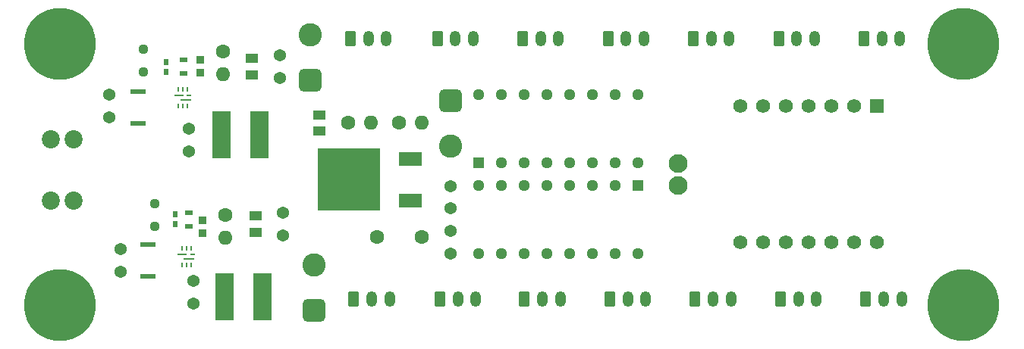
<source format=gts>
%TF.GenerationSoftware,KiCad,Pcbnew,7.0.10*%
%TF.CreationDate,2024-11-20T16:46:35-05:00*%
%TF.ProjectId,SDP25_MainPCB_V2,53445032-355f-44d6-9169-6e5043425f56,2*%
%TF.SameCoordinates,Original*%
%TF.FileFunction,Soldermask,Top*%
%TF.FilePolarity,Negative*%
%FSLAX46Y46*%
G04 Gerber Fmt 4.6, Leading zero omitted, Abs format (unit mm)*
G04 Created by KiCad (PCBNEW 7.0.10) date 2024-11-20 16:46:35*
%MOMM*%
%LPD*%
G01*
G04 APERTURE LIST*
G04 Aperture macros list*
%AMRoundRect*
0 Rectangle with rounded corners*
0 $1 Rounding radius*
0 $2 $3 $4 $5 $6 $7 $8 $9 X,Y pos of 4 corners*
0 Add a 4 corners polygon primitive as box body*
4,1,4,$2,$3,$4,$5,$6,$7,$8,$9,$2,$3,0*
0 Add four circle primitives for the rounded corners*
1,1,$1+$1,$2,$3*
1,1,$1+$1,$4,$5*
1,1,$1+$1,$6,$7*
1,1,$1+$1,$8,$9*
0 Add four rect primitives between the rounded corners*
20,1,$1+$1,$2,$3,$4,$5,0*
20,1,$1+$1,$4,$5,$6,$7,0*
20,1,$1+$1,$6,$7,$8,$9,0*
20,1,$1+$1,$8,$9,$2,$3,0*%
G04 Aperture macros list end*
%ADD10C,8.000000*%
%ADD11RoundRect,0.102000X-0.950000X-2.550000X0.950000X-2.550000X0.950000X2.550000X-0.950000X2.550000X0*%
%ADD12C,1.371600*%
%ADD13R,1.447800X1.066800*%
%ADD14R,0.889000X0.609600*%
%ADD15C,2.020000*%
%ADD16RoundRect,0.250000X-0.350000X-0.625000X0.350000X-0.625000X0.350000X0.625000X-0.350000X0.625000X0*%
%ADD17O,1.200000X1.750000*%
%ADD18R,1.803400X0.558800*%
%ADD19C,1.600000*%
%ADD20O,1.600000X1.600000*%
%ADD21R,1.295400X1.295400*%
%ADD22C,1.295400*%
%ADD23R,0.889000X0.965200*%
%ADD24RoundRect,0.650000X0.650000X-0.650000X0.650000X0.650000X-0.650000X0.650000X-0.650000X-0.650000X0*%
%ADD25C,2.600000*%
%ADD26RoundRect,0.650000X-0.650000X0.650000X-0.650000X-0.650000X0.650000X-0.650000X0.650000X0.650000X0*%
%ADD27C,2.100000*%
%ADD28R,2.500000X1.500000*%
%ADD29R,7.000000X7.000000*%
%ADD30C,1.117600*%
%ADD31R,0.249999X0.549999*%
%ADD32R,1.000000X0.249999*%
%ADD33R,1.300000X0.249999*%
%ADD34R,0.549999X0.249999*%
%ADD35R,0.499999X0.655599*%
%ADD36RoundRect,0.102000X-0.679000X0.679000X-0.679000X-0.679000X0.679000X-0.679000X0.679000X0.679000X0*%
%ADD37C,1.562000*%
G04 APERTURE END LIST*
D10*
%TO.C,REF\u002A\u002A*%
X200152000Y-99060000D03*
%TD*%
%TO.C,REF\u002A\u002A*%
X200152000Y-69850000D03*
%TD*%
%TO.C,REF\u002A\u002A*%
X99314000Y-69850000D03*
%TD*%
%TO.C,REF\u002A\u002A*%
X99314000Y-99060000D03*
%TD*%
D11*
%TO.C,L2*%
X117319000Y-80010000D03*
X121519000Y-80010000D03*
%TD*%
D12*
%TO.C,Cboot2*%
X114173000Y-98913000D03*
X114173000Y-96413000D03*
%TD*%
D13*
%TO.C,C2*%
X128270000Y-77787500D03*
X128270000Y-79641700D03*
%TD*%
D14*
%TO.C,Rfbb2*%
X113665000Y-90284300D03*
X113665000Y-88785700D03*
%TD*%
D15*
%TO.C,J1*%
X100838000Y-80518000D03*
X98298000Y-80518000D03*
%TD*%
D14*
%TO.C,Rfbb1*%
X113069000Y-73139300D03*
X113069000Y-71640700D03*
%TD*%
D16*
%TO.C,J8*%
X189230000Y-98425000D03*
D17*
X191230000Y-98425000D03*
X193230000Y-98425000D03*
%TD*%
D16*
%TO.C,J12*%
X169990000Y-69300000D03*
D17*
X171990000Y-69300000D03*
X173990000Y-69300000D03*
%TD*%
D18*
%TO.C,Cin2*%
X109093000Y-95885000D03*
X109093000Y-92329000D03*
%TD*%
D19*
%TO.C,R2*%
X137134600Y-78714600D03*
D20*
X139674600Y-78714600D03*
%TD*%
D12*
%TO.C,Coutx1*%
X123864000Y-73640000D03*
X123864000Y-71140000D03*
%TD*%
D16*
%TO.C,J4*%
X151130000Y-98425000D03*
D17*
X153130000Y-98425000D03*
X155130000Y-98425000D03*
%TD*%
D21*
%TO.C,U1*%
X163830000Y-85725000D03*
D22*
X161290000Y-85725000D03*
X158750000Y-85725000D03*
X156210000Y-85725000D03*
X153670000Y-85725000D03*
X151130000Y-85725000D03*
X148590000Y-85725000D03*
X146050000Y-85725000D03*
X146050000Y-93345000D03*
X148590000Y-93345000D03*
X151130000Y-93345000D03*
X153670000Y-93345000D03*
X156210000Y-93345000D03*
X158750000Y-93345000D03*
X161290000Y-93345000D03*
X163830000Y-93345000D03*
%TD*%
D23*
%TO.C,Cvcc2*%
X115189000Y-91059000D03*
X115189000Y-89611200D03*
%TD*%
D12*
%TO.C,Cinx2*%
X106045000Y-95357000D03*
X106045000Y-92857000D03*
%TD*%
D13*
%TO.C,Cout2*%
X121158000Y-90970100D03*
X121158000Y-89115900D03*
%TD*%
D19*
%TO.C,R1*%
X131419600Y-78714600D03*
D20*
X133959600Y-78714600D03*
%TD*%
D16*
%TO.C,J10*%
X189040000Y-69300000D03*
D17*
X191040000Y-69300000D03*
X193040000Y-69300000D03*
%TD*%
D24*
%TO.C,TP2*%
X127635000Y-99695000D03*
D25*
X127635000Y-94615000D03*
%TD*%
D26*
%TO.C,TP1*%
X142875000Y-76200000D03*
D25*
X142875000Y-81280000D03*
%TD*%
D27*
%TO.C,J17*%
X168275000Y-85725000D03*
X168275000Y-83225000D03*
%TD*%
D28*
%TO.C,IC1*%
X138430000Y-87364600D03*
D29*
X131580000Y-85064600D03*
D28*
X138430000Y-82764600D03*
%TD*%
D16*
%TO.C,J6*%
X170180000Y-98425000D03*
D17*
X172180000Y-98425000D03*
X174180000Y-98425000D03*
%TD*%
D19*
%TO.C,C1*%
X134660000Y-91440000D03*
X139660000Y-91440000D03*
%TD*%
D18*
%TO.C,Cin1*%
X107989000Y-78740000D03*
X107989000Y-75184000D03*
%TD*%
D21*
%TO.C,U2*%
X146050000Y-83185000D03*
D22*
X148590000Y-83185000D03*
X151130000Y-83185000D03*
X153670000Y-83185000D03*
X156210000Y-83185000D03*
X158750000Y-83185000D03*
X161290000Y-83185000D03*
X163830000Y-83185000D03*
X163830000Y-75565000D03*
X161290000Y-75565000D03*
X158750000Y-75565000D03*
X156210000Y-75565000D03*
X153670000Y-75565000D03*
X151130000Y-75565000D03*
X148590000Y-75565000D03*
X146050000Y-75565000D03*
%TD*%
D30*
%TO.C,Cff1*%
X108624000Y-70505000D03*
X108624000Y-73005000D03*
%TD*%
D15*
%TO.C,J18*%
X98303000Y-87376000D03*
X100843000Y-87376000D03*
%TD*%
D30*
%TO.C,Cff2*%
X109855000Y-87777000D03*
X109855000Y-90277000D03*
%TD*%
D12*
%TO.C,Cboot1*%
X113704000Y-81875000D03*
X113704000Y-79375000D03*
%TD*%
D23*
%TO.C,Cvcc1*%
X114974000Y-73113900D03*
X114974000Y-71666100D03*
%TD*%
D16*
%TO.C,J2*%
X132080000Y-98425000D03*
D17*
X134080000Y-98425000D03*
X136080000Y-98425000D03*
%TD*%
D19*
%TO.C,Rpg2*%
X117729000Y-89027000D03*
D20*
X117729000Y-91567000D03*
%TD*%
D24*
%TO.C,TP3*%
X127254000Y-73914000D03*
D25*
X127254000Y-68834000D03*
%TD*%
D16*
%TO.C,J14*%
X150940000Y-69300000D03*
D17*
X152940000Y-69300000D03*
X154940000Y-69300000D03*
%TD*%
D12*
%TO.C,Coutx2*%
X124206000Y-91293000D03*
X124206000Y-88793000D03*
%TD*%
D19*
%TO.C,Rpg1*%
X117514000Y-70710000D03*
D20*
X117514000Y-73250000D03*
%TD*%
D16*
%TO.C,J7*%
X179705000Y-98425000D03*
D17*
X181705000Y-98425000D03*
X183705000Y-98425000D03*
%TD*%
D31*
%TO.C,U5*%
X113529002Y-74985001D03*
X113029003Y-74985001D03*
X112529001Y-74985001D03*
D32*
X112579001Y-75659998D03*
D31*
X112529001Y-76835000D03*
X113029003Y-76835000D03*
X113529002Y-76835000D03*
D33*
X113328999Y-76159998D03*
D34*
X113704000Y-75659998D03*
%TD*%
D12*
%TO.C,Cinx1*%
X104814000Y-78085000D03*
X104814000Y-75585000D03*
%TD*%
D35*
%TO.C,Rfbt2*%
X112141000Y-88937402D03*
X112141000Y-90043000D03*
%TD*%
D36*
%TO.C,U3*%
X190500000Y-76835000D03*
D37*
X187960000Y-76835000D03*
X185420000Y-76835000D03*
X182880000Y-76835000D03*
X180340000Y-76835000D03*
X177800000Y-76835000D03*
X175260000Y-76835000D03*
X175260000Y-92075000D03*
X177800000Y-92075000D03*
X180340000Y-92075000D03*
X182880000Y-92075000D03*
X185420000Y-92075000D03*
X187960000Y-92075000D03*
X190500000Y-92075000D03*
%TD*%
D16*
%TO.C,J13*%
X160465000Y-69300000D03*
D17*
X162465000Y-69300000D03*
X164465000Y-69300000D03*
%TD*%
D31*
%TO.C,U4*%
X113903001Y-92732004D03*
X113403002Y-92732004D03*
X112903000Y-92732004D03*
D32*
X112953000Y-93407001D03*
D31*
X112903000Y-94582003D03*
X113403002Y-94582003D03*
X113903001Y-94582003D03*
D33*
X113702998Y-93907001D03*
D34*
X114077999Y-93407001D03*
%TD*%
D35*
%TO.C,Rfbt1*%
X111164000Y-71919402D03*
X111164000Y-73025000D03*
%TD*%
D16*
%TO.C,J15*%
X141415000Y-69300000D03*
D17*
X143415000Y-69300000D03*
X145415000Y-69300000D03*
%TD*%
D12*
%TO.C,C4*%
X142875000Y-85765000D03*
X142875000Y-88265000D03*
%TD*%
D11*
%TO.C,L1*%
X117661000Y-98171000D03*
X121861000Y-98171000D03*
%TD*%
D12*
%TO.C,C3*%
X142875000Y-93325000D03*
X142875000Y-90825000D03*
%TD*%
D16*
%TO.C,J16*%
X131700000Y-69300000D03*
D17*
X133700000Y-69300000D03*
X135700000Y-69300000D03*
%TD*%
D13*
%TO.C,Cout1*%
X120689000Y-73317100D03*
X120689000Y-71462900D03*
%TD*%
D16*
%TO.C,J3*%
X141700000Y-98425000D03*
D17*
X143700000Y-98425000D03*
X145700000Y-98425000D03*
%TD*%
D16*
%TO.C,J11*%
X179515000Y-69300000D03*
D17*
X181515000Y-69300000D03*
X183515000Y-69300000D03*
%TD*%
D16*
%TO.C,J5*%
X160655000Y-98425000D03*
D17*
X162655000Y-98425000D03*
X164655000Y-98425000D03*
%TD*%
M02*

</source>
